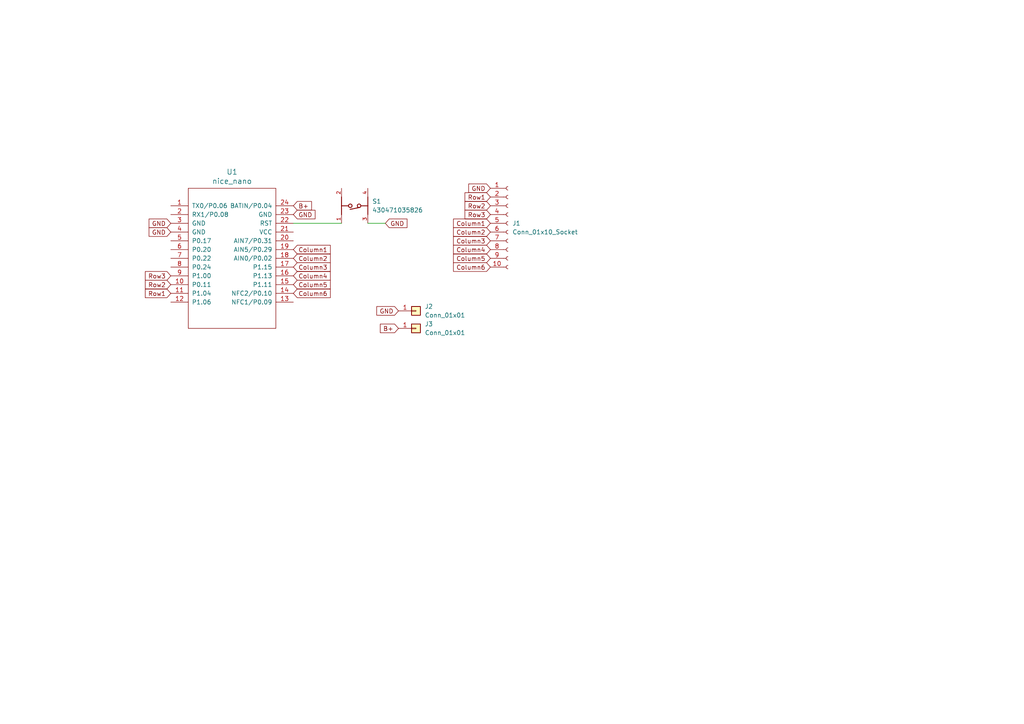
<source format=kicad_sch>
(kicad_sch (version 20230121) (generator eeschema)
  (paper "A4")
  (lib_symbols
    (symbol "Connector:Conn_01x10_Socket" (pin_names (offset 1.016) hide)
      (property "Reference" "J" (at 0 12.7 0))
      (property "Value" "Conn_01x10_Socket" (at 0 -15.24 0))
      (symbol "Conn_01x10_Socket_1_1"
        (arc (start 0 -12.192) (mid -0.5058 -12.7) (end 0 -13.208) (stroke (width 0.1524)))
        (arc (start 0 -9.652) (mid -0.5058 -10.16) (end 0 -10.668) (stroke (width 0.1524)))
        (arc (start 0 -7.112) (mid -0.5058 -7.62) (end 0 -8.128) (stroke (width 0.1524)))
        (arc (start 0 -4.572) (mid -0.5058 -5.08) (end 0 -5.588) (stroke (width 0.1524)))
        (arc (start 0 -2.032) (mid -0.5058 -2.54) (end 0 -3.048) (stroke (width 0.1524)))
        (polyline (pts (xy -1.27 -12.7) (xy -0.508 -12.7)) (stroke (width 0.1524)))
        (polyline (pts (xy -1.27 -10.16) (xy -0.508 -10.16)) (stroke (width 0.1524)))
        (polyline (pts (xy -1.27 -7.62) (xy -0.508 -7.62)) (stroke (width 0.1524)))
        (polyline (pts (xy -1.27 -5.08) (xy -0.508 -5.08)) (stroke (width 0.1524)))
        (polyline (pts (xy -1.27 -2.54) (xy -0.508 -2.54)) (stroke (width 0.1524)))
        (polyline (pts (xy -1.27 0) (xy -0.508 0)) (stroke (width 0.1524)))
        (polyline (pts (xy -1.27 2.54) (xy -0.508 2.54)) (stroke (width 0.1524)))
        (polyline (pts (xy -1.27 5.08) (xy -0.508 5.08)) (stroke (width 0.1524)))
        (polyline (pts (xy -1.27 7.62) (xy -0.508 7.62)) (stroke (width 0.1524)))
        (polyline (pts (xy -1.27 10.16) (xy -0.508 10.16)) (stroke (width 0.1524)))
        (arc (start 0 0.508) (mid -0.5058 0) (end 0 -0.508) (stroke (width 0.1524)))
        (arc (start 0 3.048) (mid -0.5058 2.54) (end 0 2.032) (stroke (width 0.1524)))
        (arc (start 0 5.588) (mid -0.5058 5.08) (end 0 4.572) (stroke (width 0.1524)))
        (arc (start 0 8.128) (mid -0.5058 7.62) (end 0 7.112) (stroke (width 0.1524)))
        (arc (start 0 10.668) (mid -0.5058 10.16) (end 0 9.652) (stroke (width 0.1524)))
        (pin passive line (at -5.08 10.16 0) (length 3.81) (name "Pin_1") (number "1"))
        (pin passive line (at -5.08 -12.7 0) (length 3.81) (name "Pin_10") (number "10"))
        (pin passive line (at -5.08 7.62 0) (length 3.81) (name "Pin_2") (number "2"))
        (pin passive line (at -5.08 5.08 0) (length 3.81) (name "Pin_3") (number "3"))
        (pin passive line (at -5.08 2.54 0) (length 3.81) (name "Pin_4") (number "4"))
        (pin passive line (at -5.08 0 0) (length 3.81) (name "Pin_5") (number "5"))
        (pin passive line (at -5.08 -2.54 0) (length 3.81) (name "Pin_6") (number "6"))
        (pin passive line (at -5.08 -5.08 0) (length 3.81) (name "Pin_7") (number "7"))
        (pin passive line (at -5.08 -7.62 0) (length 3.81) (name "Pin_8") (number "8"))
        (pin passive line (at -5.08 -10.16 0) (length 3.81) (name "Pin_9") (number "9"))
      )
    )
    (symbol "Connector_Generic:Conn_01x01" (pin_names (offset 1.016) hide)
      (property "Reference" "J" (at 0 2.54 0))
      (property "Value" "Conn_01x01" (at 0 -2.54 0))
      (symbol "Conn_01x01_1_1"
        (rectangle (start -1.27 0.127) (end 0 -0.127) (stroke (width 0.1524)))
        (rectangle (start -1.27 1.27) (end 1.27 -1.27) (stroke (width 0.254)) (fill (type background)))
        (pin passive line (at -5.08 0 0) (length 3.81) (name "Pin_1") (number "1"))
      )
    )
    (symbol "ResetSwitch:430471035826" (pin_names (offset 1.016))
      (property "Reference" "S" (at 0 5.842 0))
      (property "Value" "430471035826" (at 0 -5.08 0))
      (symbol "430471035826_0_0"
        (polyline (pts (xy -2.54 -2.54) (xy 0 -2.54)) (stroke (width 0.254)))
        (polyline (pts (xy -2.54 5.08) (xy 0 5.08)) (stroke (width 0.254)))
        (polyline (pts (xy -0.47 -0.2) (xy -1.04 2.61)) (stroke (width 0.254)))
        (polyline (pts (xy 0 -2.54) (xy 2.54 -2.54)) (stroke (width 0.254)))
        (polyline (pts (xy 0 -0.535) (xy 0 -2.54)) (stroke (width 0.254)))
        (polyline (pts (xy 0 3.075) (xy 0 5.08)) (stroke (width 0.254)))
        (polyline (pts (xy 0 5.08) (xy 2.54 5.08)) (stroke (width 0.254)))
        (circle (center 0 0) (radius 0.508) (stroke (width 0.254)))
        (circle (center 0 2.54) (radius 0.508) (stroke (width 0.254)))
        (pin passive line (at -5.08 5.08 0) (length 2.54) (name "~") (number "1"))
        (pin passive line (at 5.08 5.08 180) (length 2.54) (name "~") (number "2"))
        (pin passive line (at -5.08 -2.54 0) (length 2.54) (name "~") (number "3"))
        (pin passive line (at 5.08 -2.54 180) (length 2.54) (name "~") (number "4"))
      )
    )
    (symbol "nice_nano:nice_nano" (pin_names (offset 1.016))
      (property "Reference" "U" (at 0 0 0))
      (property "Value" "nice_nano" (at 0 2.54 0))
      (symbol "nice_nano_0_1"
        (rectangle (start -12.7 -21.59) (end 12.7 19.05))
      )
      (symbol "nice_nano_1_1"
        (pin input line (at -17.78 13.97 0) (length 5.08) (name "TX0/P0.06") (number "1"))
        (pin input line (at -17.78 -8.89 0) (length 5.08) (name "P0.11") (number "10"))
        (pin input line (at -17.78 -11.43 0) (length 5.08) (name "P1.04") (number "11"))
        (pin input line (at -17.78 -13.97 0) (length 5.08) (name "P1.06") (number "12"))
        (pin input line (at 17.78 -13.97 180) (length 5.08) (name "NFC1/P0.09") (number "13"))
        (pin input line (at 17.78 -11.43 180) (length 5.08) (name "NFC2/P0.10") (number "14"))
        (pin input line (at 17.78 -8.89 180) (length 5.08) (name "P1.11") (number "15"))
        (pin input line (at 17.78 -6.35 180) (length 5.08) (name "P1.13") (number "16"))
        (pin input line (at 17.78 -3.81 180) (length 5.08) (name "P1.15") (number "17"))
        (pin input line (at 17.78 -1.27 180) (length 5.08) (name "AIN0/P0.02") (number "18"))
        (pin input line (at 17.78 1.27 180) (length 5.08) (name "AIN5/P0.29") (number "19"))
        (pin input line (at -17.78 11.43 0) (length 5.08) (name "RX1/P0.08") (number "2"))
        (pin input line (at 17.78 3.81 180) (length 5.08) (name "AIN7/P0.31") (number "20"))
        (pin input line (at 17.78 6.35 180) (length 5.08) (name "VCC") (number "21"))
        (pin input line (at 17.78 8.89 180) (length 5.08) (name "RST") (number "22"))
        (pin input line (at 17.78 11.43 180) (length 5.08) (name "GND") (number "23"))
        (pin input line (at 17.78 13.97 180) (length 5.08) (name "BATIN/P0.04") (number "24"))
        (pin input line (at -17.78 8.89 0) (length 5.08) (name "GND") (number "3"))
        (pin input line (at -17.78 6.35 0) (length 5.08) (name "GND") (number "4"))
        (pin input line (at -17.78 3.81 0) (length 5.08) (name "P0.17") (number "5"))
        (pin input line (at -17.78 1.27 0) (length 5.08) (name "P0.20") (number "6"))
        (pin input line (at -17.78 -1.27 0) (length 5.08) (name "P0.22") (number "7"))
        (pin input line (at -17.78 -3.81 0) (length 5.08) (name "P0.24") (number "8"))
        (pin input line (at -17.78 -6.35 0) (length 5.08) (name "P1.00") (number "9"))
      )
    )
  )
  (wire (pts (xy 85.09 64.77) (xy 99.06 64.77)))
  (wire (pts (xy 106.68 64.77) (xy 111.76 64.77)))
  (global_label "Column1" (shape input) (at 85.09 72.39 0) (property "Intersheetrefs" "${INTERSHEET_REFS}" (effects hide)))
  (global_label "Column6" (shape input) (at 142.24 77.47 180) (property "Intersheetrefs" "${INTERSHEET_REFS}" (effects hide)))
  (global_label "Column1" (shape input) (at 142.24 64.77 180) (property "Intersheetrefs" "${INTERSHEET_REFS}" (effects hide)))
  (global_label "Column3" (shape input) (at 85.09 77.47 0) (property "Intersheetrefs" "${INTERSHEET_REFS}" (effects hide)))
  (global_label "Column3" (shape input) (at 142.24 69.85 180) (property "Intersheetrefs" "${INTERSHEET_REFS}" (effects hide)))
  (global_label "B+" (shape input) (at 115.57 95.25 180) (property "Intersheetrefs" "${INTERSHEET_REFS}" (effects hide)))
  (global_label "GND" (shape input) (at 85.09 62.23 0) (property "Intersheetrefs" "${INTERSHEET_REFS}" (effects hide)))
  (global_label "Row3" (shape input) (at 49.53 80.01 180) (property "Intersheetrefs" "${INTERSHEET_REFS}" (effects hide)))
  (global_label "Column2" (shape input) (at 85.09 74.93 0) (property "Intersheetrefs" "${INTERSHEET_REFS}" (effects hide)))
  (global_label "GND" (shape input) (at 49.53 67.31 180) (property "Intersheetrefs" "${INTERSHEET_REFS}" (effects hide)))
  (global_label "GND" (shape input) (at 142.24 54.61 180) (property "Intersheetrefs" "${INTERSHEET_REFS}" (effects hide)))
  (global_label "Column4" (shape input) (at 142.24 72.39 180) (property "Intersheetrefs" "${INTERSHEET_REFS}" (effects hide)))
  (global_label "Column6" (shape input) (at 85.09 85.09 0) (property "Intersheetrefs" "${INTERSHEET_REFS}" (effects hide)))
  (global_label "Row2" (shape input) (at 142.24 59.69 180) (property "Intersheetrefs" "${INTERSHEET_REFS}" (effects hide)))
  (global_label "Row3" (shape input) (at 142.24 62.23 180) (property "Intersheetrefs" "${INTERSHEET_REFS}" (effects hide)))
  (global_label "Row1" (shape input) (at 142.24 57.15 180) (property "Intersheetrefs" "${INTERSHEET_REFS}" (effects hide)))
  (global_label "GND" (shape input) (at 115.57 90.17 180) (property "Intersheetrefs" "${INTERSHEET_REFS}" (effects hide)))
  (global_label "GND" (shape input) (at 49.53 64.77 180) (property "Intersheetrefs" "${INTERSHEET_REFS}" (effects hide)))
  (global_label "B+" (shape input) (at 85.09 59.69 0) (property "Intersheetrefs" "${INTERSHEET_REFS}" (effects hide)))
  (global_label "Row2" (shape input) (at 49.53 82.55 180) (property "Intersheetrefs" "${INTERSHEET_REFS}" (effects hide)))
  (global_label "Row1" (shape input) (at 49.53 85.09 180) (property "Intersheetrefs" "${INTERSHEET_REFS}" (effects hide)))
  (global_label "Column4" (shape input) (at 85.09 80.01 0) (property "Intersheetrefs" "${INTERSHEET_REFS}" (effects hide)))
  (global_label "Column5" (shape input) (at 142.24 74.93 180) (property "Intersheetrefs" "${INTERSHEET_REFS}" (effects hide)))
  (global_label "Column2" (shape input) (at 142.24 67.31 180) (property "Intersheetrefs" "${INTERSHEET_REFS}" (effects hide)))
  (global_label "Column5" (shape input) (at 85.09 82.55 0) (property "Intersheetrefs" "${INTERSHEET_REFS}" (effects hide)))
  (global_label "GND" (shape input) (at 111.76 64.77 0) (property "Intersheetrefs" "${INTERSHEET_REFS}" (effects hide)))
  (symbol (lib_id "nice_nano:nice_nano") (at 67.31 73.66 0) (unit 1)
    (property "Reference" "U1" (at 67.31 49.8602 0) (effects (font (size 1.524 1.524))))
    (property "Value" "nice_nano" (at 67.31 52.5526 0) (effects (font (size 1.524 1.524))))
    (property "Footprint" "nice_nano:nice_nano" (effects hide))
  )
  (symbol (lib_id "Connector_Generic:Conn_01x01") (at 120.65 95.25 0) (unit 1)
    (property "Reference" "J3" (at 123.19 93.98 0) (effects (justify left)))
    (property "Value" "Conn_01x01" (at 123.19 96.52 0) (effects (justify left)))
    (property "Footprint" "Connector_Wire:SolderWire-0.5sqmm_1x01_D0.9mm_OD2.1mm" (effects hide))
  )
  (symbol (lib_id "Connector_Generic:Conn_01x01") (at 120.65 90.17 0) (unit 1)
    (property "Reference" "J2" (at 123.19 88.9 0) (effects (justify left)))
    (property "Value" "Conn_01x01" (at 123.19 91.44 0) (effects (justify left)))
    (property "Footprint" "Connector_Wire:SolderWire-0.5sqmm_1x01_D0.9mm_OD2.1mm" (effects hide))
  )
  (symbol (lib_id "ResetSwitch:430471035826") (at 104.14 59.69 90) (unit 1)
    (property "Reference" "S1" (at 107.95 58.42 90) (effects (justify right)))
    (property "Value" "430471035826" (at 107.95 60.96 90) (effects (justify right)))
    (property "Footprint" "ResetSwitch:430471035826" (effects hide))
    (property "MF" "Wurth Electronics Inc." (effects hide))
    (property "Description" "\nTactile Switch SPST-NO Top Actuated Surface Mount\n" (effects hide))
    (property "Package" "None" (effects hide))
    (property "Price" "None" (effects hide))
    (property "VALUE" "430471035826" (effects hide))
    (property "QTY" "2000" (effects hide))
    (property "SnapEDA_Link" "https://www.snapeda.com/parts/430471035826/Wurth+Electronics+Inc/view-part/?ref=snap" (effects hide))
    (property "DATASHEET-URL" "https://www.we-online.com/redexpert/spec/430471035826?ae" (effects hide))
    (property "MP" "430471035826" (effects hide))
    (property "PART-NUMBER" "430471035826" (effects hide))
    (property "OPERATION-FORCE" "260g" (effects hide))
    (property "HEIGHT" "3.5mm" (effects hide))
    (property "Availability" "In Stock" (effects hide))
    (property "Check_prices" "https://www.snapeda.com/parts/430471035826/Wurth+Electronics+Inc/view-part/?ref=eda" (effects hide))
  )
  (symbol (lib_id "Connector:Conn_01x10_Socket") (at 147.32 64.77 0) (unit 1)
    (property "Reference" "J1" (at 148.59 64.77 0) (effects (justify left)))
    (property "Value" "Conn_01x10_Socket" (at 148.59 67.31 0) (effects (justify left)))
    (property "Footprint" "connector:GCT_FFC2B28-10-G" (effects hide))
  )
)
</source>
